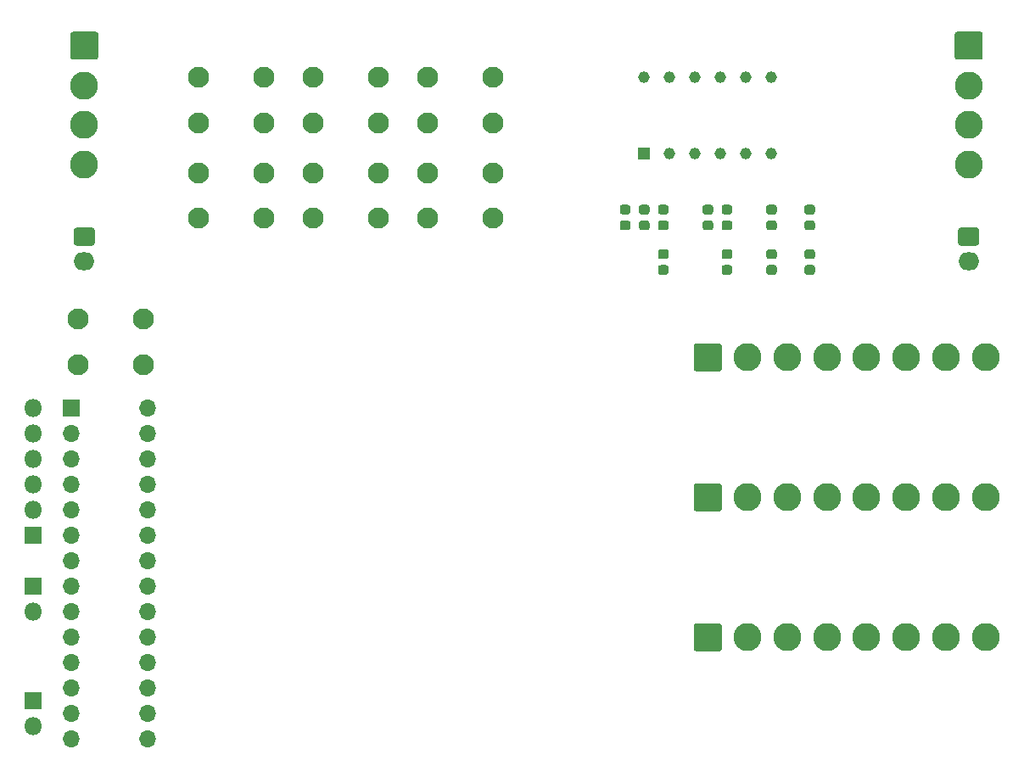
<source format=gts>
%TF.GenerationSoftware,KiCad,Pcbnew,(5.1.6)-1*%
%TF.CreationDate,2020-09-10T20:04:36+09:00*%
%TF.ProjectId,ScoreBoradPCB,53636f72-6542-46f7-9261-645043422e6b,rev?*%
%TF.SameCoordinates,Original*%
%TF.FileFunction,Soldermask,Top*%
%TF.FilePolarity,Negative*%
%FSLAX46Y46*%
G04 Gerber Fmt 4.6, Leading zero omitted, Abs format (unit mm)*
G04 Created by KiCad (PCBNEW (5.1.6)-1) date 2020-09-10 20:04:36*
%MOMM*%
%LPD*%
G01*
G04 APERTURE LIST*
%ADD10O,1.800000X1.800000*%
%ADD11R,1.800000X1.800000*%
%ADD12O,1.700000X1.700000*%
%ADD13R,1.700000X1.700000*%
%ADD14C,2.100000*%
%ADD15O,2.100000X1.800000*%
%ADD16C,2.800000*%
%ADD17C,1.150000*%
%ADD18R,1.150000X1.150000*%
G04 APERTURE END LIST*
D10*
%TO.C,J8*%
X101600000Y-91440000D03*
X101600000Y-93980000D03*
X101600000Y-96520000D03*
X101600000Y-99060000D03*
X101600000Y-101600000D03*
D11*
X101600000Y-104140000D03*
%TD*%
%TO.C,R45*%
G36*
G01*
X164183750Y-72690000D02*
X164746250Y-72690000D01*
G75*
G02*
X164990000Y-72933750I0J-243750D01*
G01*
X164990000Y-73421250D01*
G75*
G02*
X164746250Y-73665000I-243750J0D01*
G01*
X164183750Y-73665000D01*
G75*
G02*
X163940000Y-73421250I0J243750D01*
G01*
X163940000Y-72933750D01*
G75*
G02*
X164183750Y-72690000I243750J0D01*
G01*
G37*
G36*
G01*
X164183750Y-71115000D02*
X164746250Y-71115000D01*
G75*
G02*
X164990000Y-71358750I0J-243750D01*
G01*
X164990000Y-71846250D01*
G75*
G02*
X164746250Y-72090000I-243750J0D01*
G01*
X164183750Y-72090000D01*
G75*
G02*
X163940000Y-71846250I0J243750D01*
G01*
X163940000Y-71358750D01*
G75*
G02*
X164183750Y-71115000I243750J0D01*
G01*
G37*
%TD*%
%TO.C,R44*%
G36*
G01*
X162278750Y-72690000D02*
X162841250Y-72690000D01*
G75*
G02*
X163085000Y-72933750I0J-243750D01*
G01*
X163085000Y-73421250D01*
G75*
G02*
X162841250Y-73665000I-243750J0D01*
G01*
X162278750Y-73665000D01*
G75*
G02*
X162035000Y-73421250I0J243750D01*
G01*
X162035000Y-72933750D01*
G75*
G02*
X162278750Y-72690000I243750J0D01*
G01*
G37*
G36*
G01*
X162278750Y-71115000D02*
X162841250Y-71115000D01*
G75*
G02*
X163085000Y-71358750I0J-243750D01*
G01*
X163085000Y-71846250D01*
G75*
G02*
X162841250Y-72090000I-243750J0D01*
G01*
X162278750Y-72090000D01*
G75*
G02*
X162035000Y-71846250I0J243750D01*
G01*
X162035000Y-71358750D01*
G75*
G02*
X162278750Y-71115000I243750J0D01*
G01*
G37*
%TD*%
%TO.C,R43*%
G36*
G01*
X160373750Y-72690000D02*
X160936250Y-72690000D01*
G75*
G02*
X161180000Y-72933750I0J-243750D01*
G01*
X161180000Y-73421250D01*
G75*
G02*
X160936250Y-73665000I-243750J0D01*
G01*
X160373750Y-73665000D01*
G75*
G02*
X160130000Y-73421250I0J243750D01*
G01*
X160130000Y-72933750D01*
G75*
G02*
X160373750Y-72690000I243750J0D01*
G01*
G37*
G36*
G01*
X160373750Y-71115000D02*
X160936250Y-71115000D01*
G75*
G02*
X161180000Y-71358750I0J-243750D01*
G01*
X161180000Y-71846250D01*
G75*
G02*
X160936250Y-72090000I-243750J0D01*
G01*
X160373750Y-72090000D01*
G75*
G02*
X160130000Y-71846250I0J243750D01*
G01*
X160130000Y-71358750D01*
G75*
G02*
X160373750Y-71115000I243750J0D01*
G01*
G37*
%TD*%
D12*
%TO.C,U1*%
X113030000Y-91440000D03*
X105410000Y-124460000D03*
X113030000Y-93980000D03*
X105410000Y-121920000D03*
X113030000Y-96520000D03*
X105410000Y-119380000D03*
X113030000Y-99060000D03*
X105410000Y-116840000D03*
X113030000Y-101600000D03*
X105410000Y-114300000D03*
X113030000Y-104140000D03*
X105410000Y-111760000D03*
X113030000Y-106680000D03*
X105410000Y-109220000D03*
X113030000Y-109220000D03*
X105410000Y-106680000D03*
X113030000Y-111760000D03*
X105410000Y-104140000D03*
X113030000Y-114300000D03*
X105410000Y-101600000D03*
X113030000Y-116840000D03*
X105410000Y-99060000D03*
X113030000Y-119380000D03*
X105410000Y-96520000D03*
X113030000Y-121920000D03*
X105410000Y-93980000D03*
X113030000Y-124460000D03*
D13*
X105410000Y-91440000D03*
%TD*%
D14*
%TO.C,SW7*%
X112545000Y-82550000D03*
X112545000Y-87050000D03*
X106045000Y-82550000D03*
X106045000Y-87050000D03*
%TD*%
%TO.C,SW6*%
X147470000Y-58420000D03*
X147470000Y-62920000D03*
X140970000Y-58420000D03*
X140970000Y-62920000D03*
%TD*%
%TO.C,SW5*%
X147470000Y-67945000D03*
X147470000Y-72445000D03*
X140970000Y-67945000D03*
X140970000Y-72445000D03*
%TD*%
%TO.C,SW4*%
X136040000Y-58420000D03*
X136040000Y-62920000D03*
X129540000Y-58420000D03*
X129540000Y-62920000D03*
%TD*%
%TO.C,SW3*%
X136040000Y-67945000D03*
X136040000Y-72445000D03*
X129540000Y-67945000D03*
X129540000Y-72445000D03*
%TD*%
%TO.C,SW2*%
X124610000Y-58420000D03*
X124610000Y-62920000D03*
X118110000Y-58420000D03*
X118110000Y-62920000D03*
%TD*%
%TO.C,SW1*%
X124610000Y-67945000D03*
X124610000Y-72445000D03*
X118110000Y-67945000D03*
X118110000Y-72445000D03*
%TD*%
%TO.C,R49*%
G36*
G01*
X178788750Y-72690000D02*
X179351250Y-72690000D01*
G75*
G02*
X179595000Y-72933750I0J-243750D01*
G01*
X179595000Y-73421250D01*
G75*
G02*
X179351250Y-73665000I-243750J0D01*
G01*
X178788750Y-73665000D01*
G75*
G02*
X178545000Y-73421250I0J243750D01*
G01*
X178545000Y-72933750D01*
G75*
G02*
X178788750Y-72690000I243750J0D01*
G01*
G37*
G36*
G01*
X178788750Y-71115000D02*
X179351250Y-71115000D01*
G75*
G02*
X179595000Y-71358750I0J-243750D01*
G01*
X179595000Y-71846250D01*
G75*
G02*
X179351250Y-72090000I-243750J0D01*
G01*
X178788750Y-72090000D01*
G75*
G02*
X178545000Y-71846250I0J243750D01*
G01*
X178545000Y-71358750D01*
G75*
G02*
X178788750Y-71115000I243750J0D01*
G01*
G37*
%TD*%
%TO.C,R48*%
G36*
G01*
X174978750Y-72690000D02*
X175541250Y-72690000D01*
G75*
G02*
X175785000Y-72933750I0J-243750D01*
G01*
X175785000Y-73421250D01*
G75*
G02*
X175541250Y-73665000I-243750J0D01*
G01*
X174978750Y-73665000D01*
G75*
G02*
X174735000Y-73421250I0J243750D01*
G01*
X174735000Y-72933750D01*
G75*
G02*
X174978750Y-72690000I243750J0D01*
G01*
G37*
G36*
G01*
X174978750Y-71115000D02*
X175541250Y-71115000D01*
G75*
G02*
X175785000Y-71358750I0J-243750D01*
G01*
X175785000Y-71846250D01*
G75*
G02*
X175541250Y-72090000I-243750J0D01*
G01*
X174978750Y-72090000D01*
G75*
G02*
X174735000Y-71846250I0J243750D01*
G01*
X174735000Y-71358750D01*
G75*
G02*
X174978750Y-71115000I243750J0D01*
G01*
G37*
%TD*%
%TO.C,R47*%
G36*
G01*
X170533750Y-72690000D02*
X171096250Y-72690000D01*
G75*
G02*
X171340000Y-72933750I0J-243750D01*
G01*
X171340000Y-73421250D01*
G75*
G02*
X171096250Y-73665000I-243750J0D01*
G01*
X170533750Y-73665000D01*
G75*
G02*
X170290000Y-73421250I0J243750D01*
G01*
X170290000Y-72933750D01*
G75*
G02*
X170533750Y-72690000I243750J0D01*
G01*
G37*
G36*
G01*
X170533750Y-71115000D02*
X171096250Y-71115000D01*
G75*
G02*
X171340000Y-71358750I0J-243750D01*
G01*
X171340000Y-71846250D01*
G75*
G02*
X171096250Y-72090000I-243750J0D01*
G01*
X170533750Y-72090000D01*
G75*
G02*
X170290000Y-71846250I0J243750D01*
G01*
X170290000Y-71358750D01*
G75*
G02*
X170533750Y-71115000I243750J0D01*
G01*
G37*
%TD*%
%TO.C,R46*%
G36*
G01*
X168628750Y-72690000D02*
X169191250Y-72690000D01*
G75*
G02*
X169435000Y-72933750I0J-243750D01*
G01*
X169435000Y-73421250D01*
G75*
G02*
X169191250Y-73665000I-243750J0D01*
G01*
X168628750Y-73665000D01*
G75*
G02*
X168385000Y-73421250I0J243750D01*
G01*
X168385000Y-72933750D01*
G75*
G02*
X168628750Y-72690000I243750J0D01*
G01*
G37*
G36*
G01*
X168628750Y-71115000D02*
X169191250Y-71115000D01*
G75*
G02*
X169435000Y-71358750I0J-243750D01*
G01*
X169435000Y-71846250D01*
G75*
G02*
X169191250Y-72090000I-243750J0D01*
G01*
X168628750Y-72090000D01*
G75*
G02*
X168385000Y-71846250I0J243750D01*
G01*
X168385000Y-71358750D01*
G75*
G02*
X168628750Y-71115000I243750J0D01*
G01*
G37*
%TD*%
D10*
%TO.C,J10*%
X101600000Y-123190000D03*
D11*
X101600000Y-120650000D03*
%TD*%
D10*
%TO.C,J9*%
X101600000Y-111760000D03*
D11*
X101600000Y-109220000D03*
%TD*%
D15*
%TO.C,J7*%
X194945000Y-76795000D03*
G36*
G01*
X194159706Y-73395000D02*
X195730294Y-73395000D01*
G75*
G02*
X195995000Y-73659706I0J-264706D01*
G01*
X195995000Y-74930294D01*
G75*
G02*
X195730294Y-75195000I-264706J0D01*
G01*
X194159706Y-75195000D01*
G75*
G02*
X193895000Y-74930294I0J264706D01*
G01*
X193895000Y-73659706D01*
G75*
G02*
X194159706Y-73395000I264706J0D01*
G01*
G37*
%TD*%
%TO.C,J6*%
X106680000Y-76795000D03*
G36*
G01*
X105894706Y-73395000D02*
X107465294Y-73395000D01*
G75*
G02*
X107730000Y-73659706I0J-264706D01*
G01*
X107730000Y-74930294D01*
G75*
G02*
X107465294Y-75195000I-264706J0D01*
G01*
X105894706Y-75195000D01*
G75*
G02*
X105630000Y-74930294I0J264706D01*
G01*
X105630000Y-73659706D01*
G75*
G02*
X105894706Y-73395000I264706J0D01*
G01*
G37*
%TD*%
D16*
%TO.C,J5*%
X194945000Y-67125000D03*
X194945000Y-63165000D03*
X194945000Y-59205000D03*
G36*
G01*
X193804260Y-53845000D02*
X196085740Y-53845000D01*
G75*
G02*
X196345000Y-54104260I0J-259260D01*
G01*
X196345000Y-56385740D01*
G75*
G02*
X196085740Y-56645000I-259260J0D01*
G01*
X193804260Y-56645000D01*
G75*
G02*
X193545000Y-56385740I0J259260D01*
G01*
X193545000Y-54104260D01*
G75*
G02*
X193804260Y-53845000I259260J0D01*
G01*
G37*
%TD*%
%TO.C,J4*%
X106680000Y-67125000D03*
X106680000Y-63165000D03*
X106680000Y-59205000D03*
G36*
G01*
X105539260Y-53845000D02*
X107820740Y-53845000D01*
G75*
G02*
X108080000Y-54104260I0J-259260D01*
G01*
X108080000Y-56385740D01*
G75*
G02*
X107820740Y-56645000I-259260J0D01*
G01*
X105539260Y-56645000D01*
G75*
G02*
X105280000Y-56385740I0J259260D01*
G01*
X105280000Y-54104260D01*
G75*
G02*
X105539260Y-53845000I259260J0D01*
G01*
G37*
%TD*%
%TO.C,J3*%
X196630000Y-114300000D03*
X192670000Y-114300000D03*
X188710000Y-114300000D03*
X184750000Y-114300000D03*
X180790000Y-114300000D03*
X176830000Y-114300000D03*
X172870000Y-114300000D03*
G36*
G01*
X167510000Y-115440740D02*
X167510000Y-113159260D01*
G75*
G02*
X167769260Y-112900000I259260J0D01*
G01*
X170050740Y-112900000D01*
G75*
G02*
X170310000Y-113159260I0J-259260D01*
G01*
X170310000Y-115440740D01*
G75*
G02*
X170050740Y-115700000I-259260J0D01*
G01*
X167769260Y-115700000D01*
G75*
G02*
X167510000Y-115440740I0J259260D01*
G01*
G37*
%TD*%
%TO.C,J2*%
X196630000Y-100330000D03*
X192670000Y-100330000D03*
X188710000Y-100330000D03*
X184750000Y-100330000D03*
X180790000Y-100330000D03*
X176830000Y-100330000D03*
X172870000Y-100330000D03*
G36*
G01*
X167510000Y-101470740D02*
X167510000Y-99189260D01*
G75*
G02*
X167769260Y-98930000I259260J0D01*
G01*
X170050740Y-98930000D01*
G75*
G02*
X170310000Y-99189260I0J-259260D01*
G01*
X170310000Y-101470740D01*
G75*
G02*
X170050740Y-101730000I-259260J0D01*
G01*
X167769260Y-101730000D01*
G75*
G02*
X167510000Y-101470740I0J259260D01*
G01*
G37*
%TD*%
%TO.C,J1*%
X196630000Y-86360000D03*
X192670000Y-86360000D03*
X188710000Y-86360000D03*
X184750000Y-86360000D03*
X180790000Y-86360000D03*
X176830000Y-86360000D03*
X172870000Y-86360000D03*
G36*
G01*
X167510000Y-87500740D02*
X167510000Y-85219260D01*
G75*
G02*
X167769260Y-84960000I259260J0D01*
G01*
X170050740Y-84960000D01*
G75*
G02*
X170310000Y-85219260I0J-259260D01*
G01*
X170310000Y-87500740D01*
G75*
G02*
X170050740Y-87760000I-259260J0D01*
G01*
X167769260Y-87760000D01*
G75*
G02*
X167510000Y-87500740I0J259260D01*
G01*
G37*
%TD*%
D17*
%TO.C,DS1*%
X162560000Y-58420000D03*
X165100000Y-58420000D03*
X167640000Y-58420000D03*
X170180000Y-58420000D03*
X172720000Y-58420000D03*
X175260000Y-58420000D03*
X175260000Y-66040000D03*
X172720000Y-66040000D03*
X170180000Y-66040000D03*
X167640000Y-66040000D03*
X165100000Y-66040000D03*
D18*
X162560000Y-66040000D03*
%TD*%
%TO.C,D10*%
G36*
G01*
X179351250Y-76535000D02*
X178788750Y-76535000D01*
G75*
G02*
X178545000Y-76291250I0J243750D01*
G01*
X178545000Y-75803750D01*
G75*
G02*
X178788750Y-75560000I243750J0D01*
G01*
X179351250Y-75560000D01*
G75*
G02*
X179595000Y-75803750I0J-243750D01*
G01*
X179595000Y-76291250D01*
G75*
G02*
X179351250Y-76535000I-243750J0D01*
G01*
G37*
G36*
G01*
X179351250Y-78110000D02*
X178788750Y-78110000D01*
G75*
G02*
X178545000Y-77866250I0J243750D01*
G01*
X178545000Y-77378750D01*
G75*
G02*
X178788750Y-77135000I243750J0D01*
G01*
X179351250Y-77135000D01*
G75*
G02*
X179595000Y-77378750I0J-243750D01*
G01*
X179595000Y-77866250D01*
G75*
G02*
X179351250Y-78110000I-243750J0D01*
G01*
G37*
%TD*%
%TO.C,D9*%
G36*
G01*
X175541250Y-76535000D02*
X174978750Y-76535000D01*
G75*
G02*
X174735000Y-76291250I0J243750D01*
G01*
X174735000Y-75803750D01*
G75*
G02*
X174978750Y-75560000I243750J0D01*
G01*
X175541250Y-75560000D01*
G75*
G02*
X175785000Y-75803750I0J-243750D01*
G01*
X175785000Y-76291250D01*
G75*
G02*
X175541250Y-76535000I-243750J0D01*
G01*
G37*
G36*
G01*
X175541250Y-78110000D02*
X174978750Y-78110000D01*
G75*
G02*
X174735000Y-77866250I0J243750D01*
G01*
X174735000Y-77378750D01*
G75*
G02*
X174978750Y-77135000I243750J0D01*
G01*
X175541250Y-77135000D01*
G75*
G02*
X175785000Y-77378750I0J-243750D01*
G01*
X175785000Y-77866250D01*
G75*
G02*
X175541250Y-78110000I-243750J0D01*
G01*
G37*
%TD*%
%TO.C,D8*%
G36*
G01*
X171096250Y-76535000D02*
X170533750Y-76535000D01*
G75*
G02*
X170290000Y-76291250I0J243750D01*
G01*
X170290000Y-75803750D01*
G75*
G02*
X170533750Y-75560000I243750J0D01*
G01*
X171096250Y-75560000D01*
G75*
G02*
X171340000Y-75803750I0J-243750D01*
G01*
X171340000Y-76291250D01*
G75*
G02*
X171096250Y-76535000I-243750J0D01*
G01*
G37*
G36*
G01*
X171096250Y-78110000D02*
X170533750Y-78110000D01*
G75*
G02*
X170290000Y-77866250I0J243750D01*
G01*
X170290000Y-77378750D01*
G75*
G02*
X170533750Y-77135000I243750J0D01*
G01*
X171096250Y-77135000D01*
G75*
G02*
X171340000Y-77378750I0J-243750D01*
G01*
X171340000Y-77866250D01*
G75*
G02*
X171096250Y-78110000I-243750J0D01*
G01*
G37*
%TD*%
%TO.C,D7*%
G36*
G01*
X164746250Y-76535000D02*
X164183750Y-76535000D01*
G75*
G02*
X163940000Y-76291250I0J243750D01*
G01*
X163940000Y-75803750D01*
G75*
G02*
X164183750Y-75560000I243750J0D01*
G01*
X164746250Y-75560000D01*
G75*
G02*
X164990000Y-75803750I0J-243750D01*
G01*
X164990000Y-76291250D01*
G75*
G02*
X164746250Y-76535000I-243750J0D01*
G01*
G37*
G36*
G01*
X164746250Y-78110000D02*
X164183750Y-78110000D01*
G75*
G02*
X163940000Y-77866250I0J243750D01*
G01*
X163940000Y-77378750D01*
G75*
G02*
X164183750Y-77135000I243750J0D01*
G01*
X164746250Y-77135000D01*
G75*
G02*
X164990000Y-77378750I0J-243750D01*
G01*
X164990000Y-77866250D01*
G75*
G02*
X164746250Y-78110000I-243750J0D01*
G01*
G37*
%TD*%
M02*

</source>
